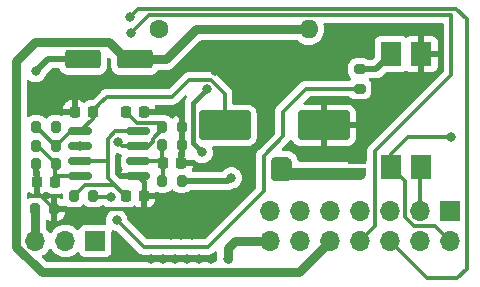
<source format=gbr>
%TF.GenerationSoftware,KiCad,Pcbnew,(6.0.9)*%
%TF.CreationDate,2022-11-10T15:00:12+05:30*%
%TF.ProjectId,Gate Driver TLP152,47617465-2044-4726-9976-657220544c50,rev?*%
%TF.SameCoordinates,Original*%
%TF.FileFunction,Copper,L2,Bot*%
%TF.FilePolarity,Positive*%
%FSLAX46Y46*%
G04 Gerber Fmt 4.6, Leading zero omitted, Abs format (unit mm)*
G04 Created by KiCad (PCBNEW (6.0.9)) date 2022-11-10 15:00:12*
%MOMM*%
%LPD*%
G01*
G04 APERTURE LIST*
G04 Aperture macros list*
%AMRoundRect*
0 Rectangle with rounded corners*
0 $1 Rounding radius*
0 $2 $3 $4 $5 $6 $7 $8 $9 X,Y pos of 4 corners*
0 Add a 4 corners polygon primitive as box body*
4,1,4,$2,$3,$4,$5,$6,$7,$8,$9,$2,$3,0*
0 Add four circle primitives for the rounded corners*
1,1,$1+$1,$2,$3*
1,1,$1+$1,$4,$5*
1,1,$1+$1,$6,$7*
1,1,$1+$1,$8,$9*
0 Add four rect primitives between the rounded corners*
20,1,$1+$1,$2,$3,$4,$5,0*
20,1,$1+$1,$4,$5,$6,$7,0*
20,1,$1+$1,$6,$7,$8,$9,0*
20,1,$1+$1,$8,$9,$2,$3,0*%
%AMFreePoly0*
4,1,22,0.500000,-0.750000,0.000000,-0.750000,0.000000,-0.745033,-0.079941,-0.743568,-0.215256,-0.701293,-0.333266,-0.622738,-0.424486,-0.514219,-0.481581,-0.384460,-0.499164,-0.250000,-0.500000,-0.250000,-0.500000,0.250000,-0.499164,0.250000,-0.499963,0.256109,-0.478152,0.396186,-0.417904,0.524511,-0.324060,0.630769,-0.204165,0.706417,-0.067858,0.745374,0.000000,0.744959,0.000000,0.750000,
0.500000,0.750000,0.500000,-0.750000,0.500000,-0.750000,$1*%
%AMFreePoly1*
4,1,20,0.000000,0.744959,0.073905,0.744508,0.209726,0.703889,0.328688,0.626782,0.421226,0.519385,0.479903,0.390333,0.500000,0.250000,0.500000,-0.250000,0.499851,-0.262216,0.476331,-0.402017,0.414519,-0.529596,0.319384,-0.634700,0.198574,-0.708877,0.061801,-0.746166,0.000000,-0.745033,0.000000,-0.750000,-0.500000,-0.750000,-0.500000,0.750000,0.000000,0.750000,0.000000,0.744959,
0.000000,0.744959,$1*%
G04 Aperture macros list end*
%TA.AperFunction,ComponentPad*%
%ADD10C,1.600000*%
%TD*%
%TA.AperFunction,ComponentPad*%
%ADD11O,1.600000X1.600000*%
%TD*%
%TA.AperFunction,ComponentPad*%
%ADD12R,1.700000X1.700000*%
%TD*%
%TA.AperFunction,ComponentPad*%
%ADD13O,1.700000X1.700000*%
%TD*%
%TA.AperFunction,SMDPad,CuDef*%
%ADD14RoundRect,0.225000X-0.225000X-0.250000X0.225000X-0.250000X0.225000X0.250000X-0.225000X0.250000X0*%
%TD*%
%TA.AperFunction,SMDPad,CuDef*%
%ADD15RoundRect,0.200000X0.200000X0.275000X-0.200000X0.275000X-0.200000X-0.275000X0.200000X-0.275000X0*%
%TD*%
%TA.AperFunction,SMDPad,CuDef*%
%ADD16RoundRect,0.225000X0.225000X0.250000X-0.225000X0.250000X-0.225000X-0.250000X0.225000X-0.250000X0*%
%TD*%
%TA.AperFunction,SMDPad,CuDef*%
%ADD17FreePoly0,270.000000*%
%TD*%
%TA.AperFunction,SMDPad,CuDef*%
%ADD18FreePoly1,270.000000*%
%TD*%
%TA.AperFunction,SMDPad,CuDef*%
%ADD19R,1.780000X2.000000*%
%TD*%
%TA.AperFunction,SMDPad,CuDef*%
%ADD20RoundRect,0.250000X-1.950000X-1.000000X1.950000X-1.000000X1.950000X1.000000X-1.950000X1.000000X0*%
%TD*%
%TA.AperFunction,SMDPad,CuDef*%
%ADD21RoundRect,0.150000X0.825000X0.150000X-0.825000X0.150000X-0.825000X-0.150000X0.825000X-0.150000X0*%
%TD*%
%TA.AperFunction,SMDPad,CuDef*%
%ADD22RoundRect,0.200000X-0.200000X-0.275000X0.200000X-0.275000X0.200000X0.275000X-0.200000X0.275000X0*%
%TD*%
%TA.AperFunction,SMDPad,CuDef*%
%ADD23RoundRect,0.200000X0.275000X-0.200000X0.275000X0.200000X-0.275000X0.200000X-0.275000X-0.200000X0*%
%TD*%
%TA.AperFunction,SMDPad,CuDef*%
%ADD24RoundRect,0.250000X1.250000X0.550000X-1.250000X0.550000X-1.250000X-0.550000X1.250000X-0.550000X0*%
%TD*%
%TA.AperFunction,ViaPad*%
%ADD25C,0.800000*%
%TD*%
%TA.AperFunction,Conductor*%
%ADD26C,0.800000*%
%TD*%
%TA.AperFunction,Conductor*%
%ADD27C,0.500000*%
%TD*%
%TA.AperFunction,Conductor*%
%ADD28C,1.000000*%
%TD*%
%TA.AperFunction,Conductor*%
%ADD29C,0.300000*%
%TD*%
%TA.AperFunction,Conductor*%
%ADD30C,0.400000*%
%TD*%
G04 APERTURE END LIST*
D10*
%TO.P,R7,1*%
%TO.N,Net-(D7-Pad2)*%
X12954000Y-2413000D03*
D11*
%TO.P,R7,2*%
%TO.N,+12V*%
X25654000Y-2413000D03*
%TD*%
D12*
%TO.P,J1,1,Pin_1*%
%TO.N,/Reset*%
X37605000Y-17805000D03*
D13*
%TO.P,J1,2,Pin_2*%
%TO.N,/~{Fault}*%
X37605000Y-20345000D03*
%TO.P,J1,3,Pin_3*%
%TO.N,GNDD*%
X35065000Y-17805000D03*
%TO.P,J1,4,Pin_4*%
%TO.N,/~{SD}*%
X35065000Y-20345000D03*
%TO.P,J1,5,Pin_5*%
%TO.N,GNDD*%
X32525000Y-17805000D03*
%TO.P,J1,6,Pin_6*%
%TO.N,+3.3V*%
X32525000Y-20345000D03*
%TO.P,J1,7,Pin_7*%
%TO.N,GNDD*%
X29985000Y-17805000D03*
%TO.P,J1,8,Pin_8*%
%TO.N,+5V*%
X29985000Y-20345000D03*
%TO.P,J1,9,Pin_9*%
%TO.N,GNDD*%
X27445000Y-17805000D03*
%TO.P,J1,10,Pin_10*%
%TO.N,+12V*%
X27445000Y-20345000D03*
%TO.P,J1,11,Pin_11*%
%TO.N,GNDD*%
X24905000Y-17805000D03*
%TO.P,J1,12,Pin_12*%
%TO.N,/pulse IN*%
X24905000Y-20345000D03*
%TO.P,J1,13,Pin_13*%
%TO.N,GNDD*%
X22365000Y-17805000D03*
%TO.P,J1,14,Pin_14*%
%TO.N,GND*%
X22365000Y-20345000D03*
%TD*%
D12*
%TO.P,J2,1,Pin_1*%
%TO.N,Drain*%
X7592000Y-20320000D03*
D13*
%TO.P,J2,2,Pin_2*%
%TO.N,Gate*%
X5052000Y-20320000D03*
%TO.P,J2,3,Pin_3*%
%TO.N,Source*%
X2512000Y-20320000D03*
%TD*%
D14*
%TO.P,C5,1*%
%TO.N,Net-(C5-Pad1)*%
X10147000Y-9398000D03*
%TO.P,C5,2*%
%TO.N,Common*%
X11697000Y-9398000D03*
%TD*%
D15*
%TO.P,R15,1*%
%TO.N,/Boot*%
X7429000Y-16510000D03*
%TO.P,R15,2*%
%TO.N,Net-(C6-Pad1)*%
X5779000Y-16510000D03*
%TD*%
%TO.P,R17,1*%
%TO.N,Net-(C7-Pad1)*%
X4254000Y-13843000D03*
%TO.P,R17,2*%
%TO.N,Common*%
X2604000Y-13843000D03*
%TD*%
D16*
%TO.P,C7,1*%
%TO.N,Net-(C7-Pad1)*%
X4204000Y-15367000D03*
%TO.P,C7,2*%
%TO.N,Common*%
X2654000Y-15367000D03*
%TD*%
D17*
%TO.P,JP2,1,A*%
%TO.N,Common*%
X29718000Y-13320000D03*
D18*
%TO.P,JP2,2,B*%
%TO.N,GND*%
X29718000Y-14620000D03*
%TD*%
D19*
%TO.P,U2,1*%
%TO.N,Net-(R20-Pad2)*%
X32639000Y-4506000D03*
%TO.P,U2,2*%
%TO.N,Common*%
X35179000Y-4506000D03*
%TO.P,U2,3*%
%TO.N,GNDD*%
X35179000Y-14036000D03*
%TO.P,U2,4*%
%TO.N,/~{Fault}*%
X32639000Y-14036000D03*
%TD*%
D16*
%TO.P,C2,1*%
%TO.N,/Boot*%
X7379000Y-9398000D03*
%TO.P,C2,2*%
%TO.N,Common*%
X5829000Y-9398000D03*
%TD*%
D14*
%TO.P,C4,1*%
%TO.N,Net-(C4-Pad1)*%
X13322000Y-13716000D03*
%TO.P,C4,2*%
%TO.N,Common*%
X14872000Y-13716000D03*
%TD*%
D20*
%TO.P,C3,1*%
%TO.N,/Boot*%
X18533000Y-10541000D03*
%TO.P,C3,2*%
%TO.N,Common*%
X26933000Y-10541000D03*
%TD*%
D21*
%TO.P,U1,1*%
%TO.N,Net-(C6-Pad1)*%
X11238000Y-11049000D03*
%TO.P,U1,2,-*%
%TO.N,Net-(C5-Pad1)*%
X11238000Y-12319000D03*
%TO.P,U1,3,+*%
%TO.N,Net-(C4-Pad1)*%
X11238000Y-13589000D03*
%TO.P,U1,4,V-*%
%TO.N,Common*%
X11238000Y-14859000D03*
%TO.P,U1,5,+*%
%TO.N,Net-(C7-Pad1)*%
X6288000Y-14859000D03*
%TO.P,U1,6,_*%
%TO.N,Net-(C6-Pad1)*%
X6288000Y-13589000D03*
%TO.P,U1,7*%
%TO.N,/Error_OUT*%
X6288000Y-12319000D03*
%TO.P,U1,8,V+*%
%TO.N,/Boot*%
X6288000Y-11049000D03*
%TD*%
D22*
%TO.P,R18,1*%
%TO.N,/Boot*%
X2604000Y-10668000D03*
%TO.P,R18,2*%
%TO.N,/Error_OUT*%
X4254000Y-10668000D03*
%TD*%
%TO.P,R10,1*%
%TO.N,Net-(C4-Pad1)*%
X13272000Y-12192000D03*
%TO.P,R10,2*%
%TO.N,Common*%
X14922000Y-12192000D03*
%TD*%
%TO.P,R8,1*%
%TO.N,Net-(C5-Pad1)*%
X13272000Y-10668000D03*
%TO.P,R8,2*%
%TO.N,Common*%
X14922000Y-10668000D03*
%TD*%
D15*
%TO.P,R12,1*%
%TO.N,Common*%
X4127000Y-17653000D03*
%TO.P,R12,2*%
%TO.N,Source*%
X2477000Y-17653000D03*
%TD*%
D23*
%TO.P,R20,1*%
%TO.N,/Error_OUT*%
X29972000Y-7429000D03*
%TO.P,R20,2*%
%TO.N,Net-(R20-Pad2)*%
X29972000Y-5779000D03*
%TD*%
D24*
%TO.P,C1,1*%
%TO.N,+12V*%
X10963000Y-4953000D03*
%TO.P,C1,2*%
%TO.N,GND*%
X6563000Y-4953000D03*
%TD*%
D15*
%TO.P,R9,1*%
%TO.N,/Boot*%
X14922000Y-15240000D03*
%TO.P,R9,2*%
%TO.N,Net-(C4-Pad1)*%
X13272000Y-15240000D03*
%TD*%
%TO.P,R16,1*%
%TO.N,/Boot*%
X4254000Y-12319000D03*
%TO.P,R16,2*%
%TO.N,Net-(C7-Pad1)*%
X2604000Y-12319000D03*
%TD*%
D14*
%TO.P,C6,1*%
%TO.N,Net-(C6-Pad1)*%
X10147000Y-16510000D03*
%TO.P,C6,2*%
%TO.N,Common*%
X11697000Y-16510000D03*
%TD*%
D25*
%TO.N,+12V*%
X10922000Y-4953000D03*
%TO.N,GND*%
X2540000Y-5969000D03*
X22860000Y-13716000D03*
X23749000Y-13716000D03*
X18796000Y-21844000D03*
X22860000Y-14732000D03*
X23749000Y-14732000D03*
%TO.N,/Boot*%
X19100800Y-14986000D03*
X7366000Y-9398000D03*
X8927500Y-16637000D03*
%TO.N,Net-(C5-Pad1)*%
X9512302Y-11971500D03*
%TO.N,/~{Fault}*%
X37681500Y-11557000D03*
%TO.N,+3.3V*%
X10515600Y-1371600D03*
%TO.N,+5V*%
X10617200Y-2692400D03*
%TO.N,/VO*%
X16637000Y-12827000D03*
X17018000Y-7493000D03*
%TO.N,/Error_OUT*%
X4254000Y-10668000D03*
X9398000Y-18542000D03*
X6288002Y-12319000D03*
%TO.N,Common*%
X15748000Y-18796000D03*
X14859000Y-19812000D03*
X17399000Y-21844000D03*
X17685318Y-5968101D03*
X14351000Y-21844000D03*
X15367000Y-21844000D03*
X13970000Y-19812000D03*
X13335000Y-21844000D03*
X15748000Y-19812000D03*
X16383000Y-21844000D03*
X13970000Y-18796000D03*
X14859000Y-18796000D03*
X12319000Y-21844000D03*
%TD*%
D26*
%TO.N,+12V*%
X889000Y-20817630D02*
X889000Y-5080000D01*
X25654000Y-2413000D02*
X16129000Y-2413000D01*
X889000Y-5080000D02*
X2491103Y-3477897D01*
X10197572Y-4953000D02*
X10963000Y-4953000D01*
X2491103Y-3477897D02*
X8722469Y-3477897D01*
X24803000Y-22987000D02*
X3058370Y-22987000D01*
X8722469Y-3477897D02*
X10197572Y-4953000D01*
X16129000Y-2413000D02*
X13589000Y-4953000D01*
X3058370Y-22987000D02*
X889000Y-20817630D01*
X27445000Y-20345000D02*
X24803000Y-22987000D01*
X13589000Y-4953000D02*
X10963000Y-4953000D01*
%TO.N,GND*%
X19406000Y-20345000D02*
X22365000Y-20345000D01*
X18796000Y-20955000D02*
X19406000Y-20345000D01*
X23749000Y-14732000D02*
X22860000Y-14732000D01*
X18796000Y-21844000D02*
X18796000Y-20955000D01*
D27*
X3556000Y-4953000D02*
X2540000Y-5969000D01*
X6563000Y-4953000D02*
X3556000Y-4953000D01*
D28*
X29718000Y-14620000D02*
X23764000Y-14620000D01*
X23764000Y-14620000D02*
X23368000Y-14224000D01*
D29*
%TO.N,/Boot*%
X7379000Y-9398000D02*
X7379000Y-9291500D01*
X15531501Y-6693499D02*
X14097000Y-8128000D01*
X5524000Y-11049000D02*
X6288000Y-11049000D01*
X2604000Y-10668000D02*
X2604000Y-10669000D01*
X8542500Y-8128000D02*
X8001000Y-8669500D01*
X18533000Y-7877334D02*
X17349165Y-6693499D01*
X7429000Y-16510000D02*
X7556000Y-16637000D01*
X7379000Y-9958000D02*
X6288000Y-11049000D01*
D27*
X18846800Y-15240000D02*
X19100800Y-14986000D01*
D29*
X4254000Y-12319000D02*
X5524000Y-11049000D01*
X2604000Y-10669000D02*
X4254000Y-12319000D01*
D27*
X14922000Y-15240000D02*
X18846800Y-15240000D01*
D29*
X14097000Y-8128000D02*
X8542500Y-8128000D01*
X17349165Y-6693499D02*
X15531501Y-6693499D01*
X7379000Y-9398000D02*
X7379000Y-9958000D01*
X7379000Y-9291500D02*
X8001000Y-8669500D01*
X18533000Y-10541000D02*
X18533000Y-7877334D01*
X7556000Y-16637000D02*
X8927500Y-16637000D01*
%TO.N,Net-(C4-Pad1)*%
X13195000Y-13589000D02*
X13322000Y-13716000D01*
X13272000Y-13666000D02*
X13322000Y-13716000D01*
X13322000Y-13716000D02*
X13322000Y-15190000D01*
X13322000Y-15190000D02*
X13272000Y-15240000D01*
X13272000Y-12192000D02*
X13272000Y-13666000D01*
X11238000Y-13589000D02*
X13195000Y-13589000D01*
%TO.N,Net-(C5-Pad1)*%
X11098480Y-10349480D02*
X12953480Y-10349480D01*
X12472480Y-11911520D02*
X12472480Y-11668671D01*
X12953480Y-10349480D02*
X13272000Y-10668000D01*
X13272000Y-10869151D02*
X13272000Y-10668000D01*
X11238000Y-12319000D02*
X12065000Y-12319000D01*
X12065000Y-12319000D02*
X12472480Y-11911520D01*
X9859802Y-12319000D02*
X9512302Y-11971500D01*
X12472480Y-11668671D02*
X13272000Y-10869151D01*
X11238000Y-12319000D02*
X9859802Y-12319000D01*
X10147000Y-9398000D02*
X11098480Y-10349480D01*
%TO.N,Net-(C6-Pad1)*%
X8725499Y-11606835D02*
X8713165Y-11606835D01*
X8636000Y-11684000D02*
X8636000Y-13589000D01*
X10147000Y-16510000D02*
X9195520Y-15558520D01*
X10147000Y-16510000D02*
X8636000Y-14999000D01*
X8636000Y-13589000D02*
X6288000Y-13589000D01*
X6730480Y-15558520D02*
X5779000Y-16510000D01*
X8713165Y-11606835D02*
X8636000Y-11684000D01*
X9283334Y-11049000D02*
X8725499Y-11606835D01*
X11238000Y-11049000D02*
X9283334Y-11049000D01*
X9195520Y-15558520D02*
X6730480Y-15558520D01*
X8636000Y-13589000D02*
X8636000Y-14999000D01*
%TO.N,Net-(C7-Pad1)*%
X2604000Y-12319000D02*
X2730000Y-12319000D01*
X4204000Y-13893000D02*
X4254000Y-13843000D01*
X4217000Y-14859000D02*
X4204000Y-14846000D01*
X6288000Y-14859000D02*
X4217000Y-14859000D01*
X4204000Y-14846000D02*
X4204000Y-13893000D01*
X4204000Y-15367000D02*
X4204000Y-14846000D01*
X2730000Y-12319000D02*
X4254000Y-13843000D01*
%TO.N,/~{Fault}*%
X34036000Y-11557000D02*
X37681500Y-11557000D01*
X32639000Y-14036000D02*
X33815489Y-15212489D01*
X32639000Y-14036000D02*
X32639000Y-12954000D01*
X34547435Y-19054511D02*
X36314511Y-19054511D01*
X33815489Y-15212489D02*
X33815489Y-18322565D01*
X33815489Y-18322565D02*
X34547435Y-19054511D01*
X36314511Y-19054511D02*
X37605000Y-20345000D01*
X32639000Y-12954000D02*
X34036000Y-11557000D01*
%TO.N,+3.3V*%
X35675000Y-23495000D02*
X38227000Y-23495000D01*
X32525000Y-20345000D02*
X35675000Y-23495000D01*
X39030510Y-1540110D02*
X38154378Y-663978D01*
X39030510Y-22691490D02*
X39030510Y-1540110D01*
X38154378Y-663978D02*
X11223222Y-663978D01*
X38227000Y-23495000D02*
X39030510Y-22691490D01*
X11223222Y-663978D02*
X10515600Y-1371600D01*
%TO.N,+5V*%
X37738689Y-6247289D02*
X37738689Y-1213489D01*
X37738689Y-1213489D02*
X12096111Y-1213489D01*
X29985000Y-20345000D02*
X31275489Y-19054511D01*
X12096111Y-1213489D02*
X10617200Y-2692400D01*
X31275489Y-12710489D02*
X37738689Y-6247289D01*
X31275489Y-19054511D02*
X31275489Y-12710489D01*
%TO.N,GNDD*%
X35065000Y-14150000D02*
X35179000Y-14036000D01*
X35065000Y-17805000D02*
X35065000Y-14150000D01*
D26*
%TO.N,Source*%
X2477000Y-17653000D02*
X2477000Y-20285000D01*
X2477000Y-20285000D02*
X2512000Y-20320000D01*
D30*
%TO.N,/VO*%
X15883480Y-8627520D02*
X15883480Y-12073480D01*
X15883480Y-12073480D02*
X16637000Y-12827000D01*
X17018000Y-7493000D02*
X15883480Y-8627520D01*
D29*
%TO.N,/Error_OUT*%
X23469600Y-11480800D02*
X21844000Y-13106400D01*
X11684000Y-20828000D02*
X9398000Y-18542000D01*
X21844000Y-13106400D02*
X21844000Y-16129000D01*
X29972000Y-7429000D02*
X25438600Y-7429000D01*
X17145000Y-20828000D02*
X11684000Y-20828000D01*
X23469600Y-9398000D02*
X23469600Y-11480800D01*
X25438600Y-7429000D02*
X23469600Y-9398000D01*
X21844000Y-16129000D02*
X17145000Y-20828000D01*
D27*
%TO.N,Net-(R20-Pad2)*%
X31366000Y-5779000D02*
X32639000Y-4506000D01*
X29972000Y-5779000D02*
X31366000Y-5779000D01*
D30*
%TO.N,Common*%
X14478000Y-9398000D02*
X14872000Y-9792000D01*
X11697000Y-16510000D02*
X11697000Y-15318000D01*
X11697000Y-9398000D02*
X14478000Y-9398000D01*
X14872000Y-9792000D02*
X14872000Y-13716000D01*
D29*
X4127000Y-17653000D02*
X11557000Y-17653000D01*
X2654000Y-15367000D02*
X2654000Y-16180000D01*
D30*
X11697000Y-15318000D02*
X11238000Y-14859000D01*
D29*
X11697000Y-17513000D02*
X11697000Y-16510000D01*
X11557000Y-17653000D02*
X11697000Y-17513000D01*
X2654000Y-16180000D02*
X4127000Y-17653000D01*
%TD*%
%TA.AperFunction,Conductor*%
%TO.N,GND*%
G36*
X23765188Y-13209078D02*
G01*
X23869963Y-13222872D01*
X23901735Y-13231385D01*
X23991674Y-13268639D01*
X24020160Y-13285086D01*
X24097393Y-13344349D01*
X24120651Y-13367607D01*
X24179914Y-13444840D01*
X24196361Y-13473326D01*
X24233615Y-13563265D01*
X24242128Y-13595037D01*
X24255922Y-13699812D01*
X24257000Y-13716258D01*
X24257000Y-14731742D01*
X24255922Y-14748188D01*
X24242128Y-14852963D01*
X24233615Y-14884735D01*
X24196361Y-14974674D01*
X24179914Y-15003160D01*
X24120651Y-15080393D01*
X24097393Y-15103651D01*
X24020160Y-15162914D01*
X23991674Y-15179361D01*
X23901735Y-15216615D01*
X23869963Y-15225128D01*
X23765188Y-15238922D01*
X23748742Y-15240000D01*
X22860258Y-15240000D01*
X22843812Y-15238922D01*
X22739037Y-15225128D01*
X22707265Y-15216615D01*
X22617326Y-15179361D01*
X22588840Y-15162914D01*
X22551796Y-15134489D01*
X22509929Y-15077151D01*
X22502500Y-15034527D01*
X22502500Y-13431350D01*
X22522502Y-13363229D01*
X22539405Y-13342255D01*
X22592254Y-13289406D01*
X22633131Y-13262092D01*
X22707265Y-13231385D01*
X22739037Y-13222872D01*
X22843812Y-13209078D01*
X22860258Y-13208000D01*
X23748742Y-13208000D01*
X23765188Y-13209078D01*
G37*
%TD.AperFunction*%
%TD*%
%TA.AperFunction,Conductor*%
%TO.N,Common*%
G36*
X9112179Y-19409221D02*
G01*
X9115712Y-19410794D01*
X9136431Y-19415198D01*
X9296056Y-19449128D01*
X9296061Y-19449128D01*
X9302513Y-19450500D01*
X9323050Y-19450500D01*
X9391171Y-19470502D01*
X9412145Y-19487405D01*
X11160345Y-21235605D01*
X11168335Y-21244385D01*
X11172584Y-21251080D01*
X11178362Y-21256506D01*
X11178363Y-21256507D01*
X11224257Y-21299604D01*
X11227099Y-21302359D01*
X11247667Y-21322927D01*
X11251170Y-21325644D01*
X11260195Y-21333352D01*
X11293867Y-21364972D01*
X11300818Y-21368793D01*
X11300819Y-21368794D01*
X11312658Y-21375303D01*
X11329182Y-21386157D01*
X11339865Y-21394443D01*
X11346132Y-21399304D01*
X11366914Y-21408297D01*
X11388536Y-21417654D01*
X11399181Y-21422869D01*
X11439663Y-21445124D01*
X11447337Y-21447094D01*
X11447344Y-21447097D01*
X11460426Y-21450455D01*
X11479134Y-21456860D01*
X11498823Y-21465380D01*
X11506649Y-21466619D01*
X11506651Y-21466620D01*
X11531159Y-21470501D01*
X11544459Y-21472608D01*
X11556070Y-21475012D01*
X11587107Y-21482981D01*
X11593135Y-21484529D01*
X11593136Y-21484529D01*
X11600812Y-21486500D01*
X11622258Y-21486500D01*
X11641968Y-21488051D01*
X11655322Y-21490166D01*
X11655323Y-21490166D01*
X11663152Y-21491406D01*
X11709141Y-21487059D01*
X11720996Y-21486500D01*
X17062944Y-21486500D01*
X17074800Y-21487059D01*
X17074803Y-21487059D01*
X17082537Y-21488788D01*
X17153369Y-21486562D01*
X17157327Y-21486500D01*
X17186432Y-21486500D01*
X17190832Y-21485944D01*
X17202664Y-21485012D01*
X17248831Y-21483562D01*
X17269421Y-21477580D01*
X17288782Y-21473570D01*
X17296408Y-21472607D01*
X17302204Y-21471875D01*
X17302205Y-21471875D01*
X17310064Y-21470882D01*
X17317429Y-21467966D01*
X17317433Y-21467965D01*
X17353021Y-21453874D01*
X17364231Y-21450035D01*
X17408600Y-21437145D01*
X17427065Y-21426225D01*
X17444805Y-21417534D01*
X17464756Y-21409635D01*
X17502129Y-21382482D01*
X17512048Y-21375967D01*
X17544977Y-21356493D01*
X17544981Y-21356490D01*
X17551807Y-21352453D01*
X17566971Y-21337289D01*
X17582005Y-21324448D01*
X17599357Y-21311841D01*
X17628803Y-21276247D01*
X17636792Y-21267468D01*
X17672405Y-21231855D01*
X17734717Y-21197829D01*
X17805532Y-21202894D01*
X17862368Y-21245441D01*
X17887179Y-21311961D01*
X17887500Y-21320950D01*
X17887500Y-21789784D01*
X17886810Y-21802955D01*
X17882496Y-21844000D01*
X17883186Y-21850564D01*
X17883186Y-21850565D01*
X17887500Y-21891610D01*
X17887500Y-21891612D01*
X17892515Y-21939331D01*
X17879742Y-22009169D01*
X17831240Y-22061015D01*
X17767205Y-22078500D01*
X3486873Y-22078500D01*
X3418752Y-22058498D01*
X3397778Y-22041595D01*
X3091086Y-21734903D01*
X3057060Y-21672591D01*
X3062125Y-21601776D01*
X3104672Y-21544940D01*
X3124739Y-21532662D01*
X3209994Y-21490896D01*
X3391860Y-21361173D01*
X3396557Y-21356493D01*
X3499910Y-21253500D01*
X3550096Y-21203489D01*
X3585665Y-21153990D01*
X3680453Y-21022077D01*
X3681776Y-21023028D01*
X3728645Y-20979857D01*
X3798580Y-20967625D01*
X3864026Y-20995144D01*
X3891875Y-21026994D01*
X3951987Y-21125088D01*
X4098250Y-21293938D01*
X4270126Y-21436632D01*
X4463000Y-21549338D01*
X4671692Y-21629030D01*
X4676760Y-21630061D01*
X4676763Y-21630062D01*
X4779559Y-21650976D01*
X4890597Y-21673567D01*
X4895772Y-21673757D01*
X4895774Y-21673757D01*
X5108673Y-21681564D01*
X5108677Y-21681564D01*
X5113837Y-21681753D01*
X5118957Y-21681097D01*
X5118959Y-21681097D01*
X5330288Y-21654025D01*
X5330289Y-21654025D01*
X5335416Y-21653368D01*
X5362128Y-21645354D01*
X5544429Y-21590661D01*
X5544434Y-21590659D01*
X5549384Y-21589174D01*
X5749994Y-21490896D01*
X5931860Y-21361173D01*
X6040091Y-21253319D01*
X6102462Y-21219404D01*
X6173268Y-21224592D01*
X6230030Y-21267238D01*
X6247012Y-21298341D01*
X6269201Y-21357529D01*
X6291385Y-21416705D01*
X6378739Y-21533261D01*
X6495295Y-21620615D01*
X6631684Y-21671745D01*
X6693866Y-21678500D01*
X8490134Y-21678500D01*
X8552316Y-21671745D01*
X8688705Y-21620615D01*
X8805261Y-21533261D01*
X8892615Y-21416705D01*
X8943745Y-21280316D01*
X8950500Y-21218134D01*
X8950500Y-19529812D01*
X8970502Y-19461691D01*
X9024158Y-19415198D01*
X9094432Y-19405094D01*
X9112179Y-19409221D01*
G37*
%TD.AperFunction*%
%TA.AperFunction,Conductor*%
G36*
X37022310Y-1891991D02*
G01*
X37068803Y-1945647D01*
X37080189Y-1997989D01*
X37080189Y-5922339D01*
X37060187Y-5990460D01*
X37043284Y-6011434D01*
X30867884Y-12186834D01*
X30859104Y-12194824D01*
X30859102Y-12194826D01*
X30852409Y-12199073D01*
X30846983Y-12204851D01*
X30846982Y-12204852D01*
X30803885Y-12250746D01*
X30801130Y-12253588D01*
X30780562Y-12274156D01*
X30777845Y-12277659D01*
X30770137Y-12286684D01*
X30738517Y-12320356D01*
X30734696Y-12327307D01*
X30734695Y-12327308D01*
X30728186Y-12339147D01*
X30717332Y-12355671D01*
X30709507Y-12365760D01*
X30704185Y-12372621D01*
X30701038Y-12379893D01*
X30701037Y-12379895D01*
X30685835Y-12415024D01*
X30680613Y-12425684D01*
X30665133Y-12453842D01*
X30658365Y-12466152D01*
X30653030Y-12486930D01*
X30646631Y-12505620D01*
X30638109Y-12525313D01*
X30634918Y-12545461D01*
X30630883Y-12570937D01*
X30628476Y-12582560D01*
X30624753Y-12597062D01*
X30616989Y-12627301D01*
X30616989Y-12648748D01*
X30615438Y-12668458D01*
X30612083Y-12689641D01*
X30615653Y-12727402D01*
X30616430Y-12735627D01*
X30616989Y-12747485D01*
X30616989Y-13482281D01*
X30596987Y-13550402D01*
X30543331Y-13596895D01*
X30476997Y-13606433D01*
X30476940Y-13607233D01*
X30473262Y-13606970D01*
X30473061Y-13606999D01*
X30468000Y-13606271D01*
X30006953Y-13606271D01*
X30006953Y-13606273D01*
X30003985Y-13606682D01*
X29907562Y-13605503D01*
X29903277Y-13606063D01*
X29896240Y-13606271D01*
X29506953Y-13606271D01*
X29506953Y-13606273D01*
X29503985Y-13606682D01*
X29407562Y-13605503D01*
X29403277Y-13606063D01*
X29396240Y-13606271D01*
X28968000Y-13606271D01*
X28929816Y-13609002D01*
X28899377Y-13611179D01*
X28890388Y-13611500D01*
X24871247Y-13611500D01*
X24803126Y-13591498D01*
X24756633Y-13537842D01*
X24747668Y-13510080D01*
X24738536Y-13464169D01*
X24738132Y-13462138D01*
X24737602Y-13460158D01*
X24737598Y-13460143D01*
X24730151Y-13432353D01*
X24729619Y-13430366D01*
X24708027Y-13366757D01*
X24704494Y-13358226D01*
X24692384Y-13328992D01*
X24670773Y-13276818D01*
X24654821Y-13244472D01*
X24641972Y-13218416D01*
X24641970Y-13218412D01*
X24641061Y-13216569D01*
X24624614Y-13188083D01*
X24623482Y-13186389D01*
X24623474Y-13186376D01*
X24588439Y-13133944D01*
X24588438Y-13133942D01*
X24587301Y-13132241D01*
X24545468Y-13077723D01*
X24529289Y-13056638D01*
X24529285Y-13056633D01*
X24528038Y-13055008D01*
X24509948Y-13034381D01*
X24485107Y-13006055D01*
X24485102Y-13006050D01*
X24483750Y-13004508D01*
X24460492Y-12981250D01*
X24457324Y-12978471D01*
X24411536Y-12938316D01*
X24411535Y-12938315D01*
X24409992Y-12936962D01*
X24405533Y-12933540D01*
X24339448Y-12882832D01*
X24332759Y-12877699D01*
X24331056Y-12876561D01*
X24278624Y-12841526D01*
X24278611Y-12841518D01*
X24276917Y-12840386D01*
X24253733Y-12827000D01*
X24250219Y-12824971D01*
X24250211Y-12824967D01*
X24248431Y-12823939D01*
X24188182Y-12794227D01*
X24126149Y-12768532D01*
X24100158Y-12757766D01*
X24100152Y-12757764D01*
X24098243Y-12756973D01*
X24034634Y-12735381D01*
X24020877Y-12731695D01*
X24004857Y-12727402D01*
X24004842Y-12727398D01*
X24002862Y-12726868D01*
X24000836Y-12726465D01*
X23939001Y-12714165D01*
X23938995Y-12714164D01*
X23936989Y-12713765D01*
X23832214Y-12699971D01*
X23831172Y-12699868D01*
X23831160Y-12699867D01*
X23820588Y-12698826D01*
X23798775Y-12696678D01*
X23797750Y-12696611D01*
X23797728Y-12696609D01*
X23783399Y-12695670D01*
X23783391Y-12695670D01*
X23782329Y-12695600D01*
X23748742Y-12694500D01*
X23491350Y-12694500D01*
X23423229Y-12674498D01*
X23376736Y-12620842D01*
X23366632Y-12550568D01*
X23396126Y-12485988D01*
X23402255Y-12479405D01*
X23877205Y-12004455D01*
X23885985Y-11996465D01*
X23885987Y-11996463D01*
X23892680Y-11992216D01*
X23941205Y-11940542D01*
X23943959Y-11937701D01*
X23964527Y-11917133D01*
X23967247Y-11913626D01*
X23974953Y-11904604D01*
X23980201Y-11899015D01*
X24006572Y-11870933D01*
X24010394Y-11863981D01*
X24016903Y-11852142D01*
X24027757Y-11835618D01*
X24036045Y-11824932D01*
X24040904Y-11818668D01*
X24044050Y-11811397D01*
X24048090Y-11804567D01*
X24049790Y-11805572D01*
X24088489Y-11759057D01*
X24156195Y-11737692D01*
X24224703Y-11756324D01*
X24272263Y-11809036D01*
X24278247Y-11823791D01*
X24289588Y-11857784D01*
X24295761Y-11870962D01*
X24381063Y-12008807D01*
X24390099Y-12020208D01*
X24504829Y-12134739D01*
X24516240Y-12143751D01*
X24654243Y-12228816D01*
X24667424Y-12234963D01*
X24821710Y-12286138D01*
X24835086Y-12289005D01*
X24929438Y-12298672D01*
X24935854Y-12299000D01*
X26660885Y-12299000D01*
X26676124Y-12294525D01*
X26677329Y-12293135D01*
X26679000Y-12285452D01*
X26679000Y-12280884D01*
X27187000Y-12280884D01*
X27191475Y-12296123D01*
X27192865Y-12297328D01*
X27200548Y-12298999D01*
X28930095Y-12298999D01*
X28936614Y-12298662D01*
X29032206Y-12288743D01*
X29045600Y-12285851D01*
X29199784Y-12234412D01*
X29212962Y-12228239D01*
X29350807Y-12142937D01*
X29362208Y-12133901D01*
X29476739Y-12019171D01*
X29485751Y-12007760D01*
X29570816Y-11869757D01*
X29576963Y-11856576D01*
X29628138Y-11702290D01*
X29631005Y-11688914D01*
X29640672Y-11594562D01*
X29641000Y-11588146D01*
X29641000Y-10813115D01*
X29636525Y-10797876D01*
X29635135Y-10796671D01*
X29627452Y-10795000D01*
X27205115Y-10795000D01*
X27189876Y-10799475D01*
X27188671Y-10800865D01*
X27187000Y-10808548D01*
X27187000Y-12280884D01*
X26679000Y-12280884D01*
X26679000Y-10268885D01*
X27187000Y-10268885D01*
X27191475Y-10284124D01*
X27192865Y-10285329D01*
X27200548Y-10287000D01*
X29622884Y-10287000D01*
X29638123Y-10282525D01*
X29639328Y-10281135D01*
X29640999Y-10273452D01*
X29640999Y-9493905D01*
X29640662Y-9487386D01*
X29630743Y-9391794D01*
X29627851Y-9378400D01*
X29576412Y-9224216D01*
X29570239Y-9211038D01*
X29484937Y-9073193D01*
X29475901Y-9061792D01*
X29361171Y-8947261D01*
X29349760Y-8938249D01*
X29211757Y-8853184D01*
X29198576Y-8847037D01*
X29044290Y-8795862D01*
X29030914Y-8792995D01*
X28936562Y-8783328D01*
X28930145Y-8783000D01*
X27205115Y-8783000D01*
X27189876Y-8787475D01*
X27188671Y-8788865D01*
X27187000Y-8796548D01*
X27187000Y-10268885D01*
X26679000Y-10268885D01*
X26679000Y-8801116D01*
X26674525Y-8785877D01*
X26673135Y-8784672D01*
X26665452Y-8783001D01*
X25320049Y-8783001D01*
X25251928Y-8762999D01*
X25205435Y-8709343D01*
X25195331Y-8639069D01*
X25224825Y-8574489D01*
X25230954Y-8567906D01*
X25674455Y-8124405D01*
X25736767Y-8090379D01*
X25763550Y-8087500D01*
X29101290Y-8087500D01*
X29169411Y-8107502D01*
X29190385Y-8124405D01*
X29256619Y-8190639D01*
X29403301Y-8279472D01*
X29410548Y-8281743D01*
X29410550Y-8281744D01*
X29476836Y-8302517D01*
X29566938Y-8330753D01*
X29640365Y-8337500D01*
X29643263Y-8337500D01*
X29972860Y-8337499D01*
X30303634Y-8337499D01*
X30306492Y-8337236D01*
X30306501Y-8337236D01*
X30342004Y-8333974D01*
X30377062Y-8330753D01*
X30383447Y-8328752D01*
X30533450Y-8281744D01*
X30533452Y-8281743D01*
X30540699Y-8279472D01*
X30687381Y-8190639D01*
X30808639Y-8069381D01*
X30897472Y-7922699D01*
X30948753Y-7759062D01*
X30955500Y-7685635D01*
X30955499Y-7172366D01*
X30948753Y-7098938D01*
X30902476Y-6951268D01*
X30899744Y-6942550D01*
X30899743Y-6942548D01*
X30897472Y-6935301D01*
X30808639Y-6788619D01*
X30772615Y-6752595D01*
X30738589Y-6690283D01*
X30743654Y-6619468D01*
X30786201Y-6562632D01*
X30852721Y-6537821D01*
X30861710Y-6537500D01*
X31298930Y-6537500D01*
X31317880Y-6538933D01*
X31332115Y-6541099D01*
X31332119Y-6541099D01*
X31339349Y-6542199D01*
X31346641Y-6541606D01*
X31346644Y-6541606D01*
X31392018Y-6537915D01*
X31402233Y-6537500D01*
X31410293Y-6537500D01*
X31423583Y-6535951D01*
X31438507Y-6534211D01*
X31442882Y-6533778D01*
X31508339Y-6528454D01*
X31508342Y-6528453D01*
X31515637Y-6527860D01*
X31522601Y-6525604D01*
X31528560Y-6524413D01*
X31534415Y-6523029D01*
X31541681Y-6522182D01*
X31610327Y-6497265D01*
X31614455Y-6495848D01*
X31676936Y-6475607D01*
X31676938Y-6475606D01*
X31683899Y-6473351D01*
X31690154Y-6469555D01*
X31695628Y-6467049D01*
X31701058Y-6464330D01*
X31707937Y-6461833D01*
X31768976Y-6421814D01*
X31772680Y-6419477D01*
X31835107Y-6381595D01*
X31843484Y-6374197D01*
X31843508Y-6374224D01*
X31846500Y-6371571D01*
X31849733Y-6368868D01*
X31855852Y-6364856D01*
X31909128Y-6308617D01*
X31911506Y-6306175D01*
X32166276Y-6051405D01*
X32228588Y-6017379D01*
X32255371Y-6014500D01*
X33577134Y-6014500D01*
X33639316Y-6007745D01*
X33775705Y-5956615D01*
X33833852Y-5913036D01*
X33900358Y-5888188D01*
X33969741Y-5903241D01*
X33984982Y-5913036D01*
X34035352Y-5950786D01*
X34050946Y-5959324D01*
X34171394Y-6004478D01*
X34186649Y-6008105D01*
X34237514Y-6013631D01*
X34244328Y-6014000D01*
X34906885Y-6014000D01*
X34922124Y-6009525D01*
X34923329Y-6008135D01*
X34925000Y-6000452D01*
X34925000Y-5995884D01*
X35433000Y-5995884D01*
X35437475Y-6011123D01*
X35438865Y-6012328D01*
X35446548Y-6013999D01*
X36113669Y-6013999D01*
X36120490Y-6013629D01*
X36171352Y-6008105D01*
X36186604Y-6004479D01*
X36307054Y-5959324D01*
X36322649Y-5950786D01*
X36424724Y-5874285D01*
X36437285Y-5861724D01*
X36513786Y-5759649D01*
X36522324Y-5744054D01*
X36567478Y-5623606D01*
X36571105Y-5608351D01*
X36576631Y-5557486D01*
X36577000Y-5550672D01*
X36577000Y-4778115D01*
X36572525Y-4762876D01*
X36571135Y-4761671D01*
X36563452Y-4760000D01*
X35451115Y-4760000D01*
X35435876Y-4764475D01*
X35434671Y-4765865D01*
X35433000Y-4773548D01*
X35433000Y-5995884D01*
X34925000Y-5995884D01*
X34925000Y-4233885D01*
X35433000Y-4233885D01*
X35437475Y-4249124D01*
X35438865Y-4250329D01*
X35446548Y-4252000D01*
X36558884Y-4252000D01*
X36574123Y-4247525D01*
X36575328Y-4246135D01*
X36576999Y-4238452D01*
X36576999Y-3461331D01*
X36576629Y-3454510D01*
X36571105Y-3403648D01*
X36567479Y-3388396D01*
X36522324Y-3267946D01*
X36513786Y-3252351D01*
X36437285Y-3150276D01*
X36424724Y-3137715D01*
X36322649Y-3061214D01*
X36307054Y-3052676D01*
X36186606Y-3007522D01*
X36171351Y-3003895D01*
X36120486Y-2998369D01*
X36113672Y-2998000D01*
X35451115Y-2998000D01*
X35435876Y-3002475D01*
X35434671Y-3003865D01*
X35433000Y-3011548D01*
X35433000Y-4233885D01*
X34925000Y-4233885D01*
X34925000Y-3016116D01*
X34920525Y-3000877D01*
X34919135Y-2999672D01*
X34911452Y-2998001D01*
X34244331Y-2998001D01*
X34237510Y-2998371D01*
X34186648Y-3003895D01*
X34171396Y-3007521D01*
X34050946Y-3052676D01*
X34035352Y-3061214D01*
X33984982Y-3098964D01*
X33918476Y-3123812D01*
X33849093Y-3108759D01*
X33833852Y-3098964D01*
X33775705Y-3055385D01*
X33639316Y-3004255D01*
X33577134Y-2997500D01*
X31700866Y-2997500D01*
X31638684Y-3004255D01*
X31502295Y-3055385D01*
X31385739Y-3142739D01*
X31298385Y-3259295D01*
X31247255Y-3395684D01*
X31240500Y-3457866D01*
X31240500Y-4779629D01*
X31220498Y-4847750D01*
X31203595Y-4868724D01*
X31088724Y-4983595D01*
X31026412Y-5017621D01*
X30999629Y-5020500D01*
X30727743Y-5020500D01*
X30662472Y-5002276D01*
X30540699Y-4928528D01*
X30533452Y-4926257D01*
X30533450Y-4926256D01*
X30467164Y-4905483D01*
X30377062Y-4877247D01*
X30303635Y-4870500D01*
X30300737Y-4870500D01*
X29971140Y-4870501D01*
X29640366Y-4870501D01*
X29637508Y-4870764D01*
X29637499Y-4870764D01*
X29601996Y-4874026D01*
X29566938Y-4877247D01*
X29560560Y-4879246D01*
X29560559Y-4879246D01*
X29410550Y-4926256D01*
X29410548Y-4926257D01*
X29403301Y-4928528D01*
X29256619Y-5017361D01*
X29135361Y-5138619D01*
X29046528Y-5285301D01*
X28995247Y-5448938D01*
X28988500Y-5522365D01*
X28988501Y-6035634D01*
X28988764Y-6038492D01*
X28988764Y-6038501D01*
X28992026Y-6074004D01*
X28995247Y-6109062D01*
X28997246Y-6115440D01*
X28997246Y-6115441D01*
X29044113Y-6264992D01*
X29046528Y-6272699D01*
X29135361Y-6419381D01*
X29230885Y-6514905D01*
X29264911Y-6577217D01*
X29259846Y-6648032D01*
X29230885Y-6693095D01*
X29190385Y-6733595D01*
X29128073Y-6767621D01*
X29101290Y-6770500D01*
X25520660Y-6770500D01*
X25508803Y-6769941D01*
X25501063Y-6768211D01*
X25493138Y-6768460D01*
X25493137Y-6768460D01*
X25430199Y-6770438D01*
X25426241Y-6770500D01*
X25397168Y-6770500D01*
X25393234Y-6770997D01*
X25393232Y-6770997D01*
X25392789Y-6771053D01*
X25380954Y-6771985D01*
X25348164Y-6773016D01*
X25342689Y-6773188D01*
X25342688Y-6773188D01*
X25334769Y-6773437D01*
X25315044Y-6779168D01*
X25314171Y-6779421D01*
X25294818Y-6783429D01*
X25291343Y-6783868D01*
X25273536Y-6786118D01*
X25266168Y-6789035D01*
X25266165Y-6789036D01*
X25230582Y-6803125D01*
X25219347Y-6806971D01*
X25182616Y-6817642D01*
X25182613Y-6817643D01*
X25175000Y-6819855D01*
X25156535Y-6830775D01*
X25138795Y-6839466D01*
X25118844Y-6847365D01*
X25081474Y-6874516D01*
X25071552Y-6881033D01*
X25038623Y-6900507D01*
X25038619Y-6900510D01*
X25031793Y-6904547D01*
X25016629Y-6919711D01*
X25001596Y-6932551D01*
X24984243Y-6945159D01*
X24954798Y-6980752D01*
X24946808Y-6989532D01*
X23061995Y-8874345D01*
X23053215Y-8882335D01*
X23053213Y-8882337D01*
X23046520Y-8886584D01*
X22998004Y-8938249D01*
X22997996Y-8938257D01*
X22995241Y-8941099D01*
X22974673Y-8961667D01*
X22971956Y-8965170D01*
X22964248Y-8974195D01*
X22932628Y-9007867D01*
X22928807Y-9014818D01*
X22928806Y-9014819D01*
X22922297Y-9026658D01*
X22911443Y-9043182D01*
X22903618Y-9053271D01*
X22898296Y-9060132D01*
X22895149Y-9067404D01*
X22895148Y-9067406D01*
X22879946Y-9102535D01*
X22874724Y-9113195D01*
X22859370Y-9141124D01*
X22852476Y-9153663D01*
X22847141Y-9174441D01*
X22840742Y-9193131D01*
X22832220Y-9212824D01*
X22830980Y-9220655D01*
X22824994Y-9258448D01*
X22822587Y-9270071D01*
X22811100Y-9314812D01*
X22811100Y-9336259D01*
X22809549Y-9355969D01*
X22806194Y-9377152D01*
X22807569Y-9391692D01*
X22810541Y-9423138D01*
X22811100Y-9434996D01*
X22811100Y-11155850D01*
X22791098Y-11223971D01*
X22774195Y-11244945D01*
X21436395Y-12582745D01*
X21427615Y-12590735D01*
X21427613Y-12590737D01*
X21420920Y-12594984D01*
X21415494Y-12600762D01*
X21415493Y-12600763D01*
X21372396Y-12646657D01*
X21369641Y-12649499D01*
X21349073Y-12670067D01*
X21346356Y-12673570D01*
X21338648Y-12682595D01*
X21307028Y-12716267D01*
X21303207Y-12723218D01*
X21303206Y-12723219D01*
X21296697Y-12735058D01*
X21285843Y-12751582D01*
X21282180Y-12756305D01*
X21272696Y-12768532D01*
X21269549Y-12775804D01*
X21269548Y-12775806D01*
X21254346Y-12810935D01*
X21249124Y-12821595D01*
X21238167Y-12841526D01*
X21226876Y-12862063D01*
X21221541Y-12882841D01*
X21215142Y-12901531D01*
X21206620Y-12921224D01*
X21203982Y-12937879D01*
X21199394Y-12966848D01*
X21196987Y-12978471D01*
X21185500Y-13023212D01*
X21185500Y-13044659D01*
X21183949Y-13064369D01*
X21180594Y-13085552D01*
X21181340Y-13093443D01*
X21184941Y-13131538D01*
X21185500Y-13143396D01*
X21185500Y-15804050D01*
X21165498Y-15872171D01*
X21148595Y-15893145D01*
X16909145Y-20132595D01*
X16846833Y-20166621D01*
X16820050Y-20169500D01*
X12008949Y-20169500D01*
X11940828Y-20149498D01*
X11919854Y-20132595D01*
X11132108Y-19344848D01*
X10340970Y-18553710D01*
X10306944Y-18491398D01*
X10304755Y-18477786D01*
X10292232Y-18358636D01*
X10292232Y-18358635D01*
X10291542Y-18352072D01*
X10232527Y-18170444D01*
X10137040Y-18005056D01*
X10052780Y-17911475D01*
X10013675Y-17868045D01*
X10013674Y-17868044D01*
X10009253Y-17863134D01*
X9854752Y-17750882D01*
X9817702Y-17734386D01*
X9763607Y-17688408D01*
X9742957Y-17620482D01*
X9762308Y-17552173D01*
X9815518Y-17505171D01*
X9873268Y-17493854D01*
X9873268Y-17493500D01*
X10420732Y-17493500D01*
X10423978Y-17493163D01*
X10423982Y-17493163D01*
X10458083Y-17489625D01*
X10523019Y-17482887D01*
X10557737Y-17471304D01*
X10678324Y-17431073D01*
X10678326Y-17431072D01*
X10685268Y-17428756D01*
X10830713Y-17338752D01*
X10835886Y-17333570D01*
X10841623Y-17329023D01*
X10843055Y-17330830D01*
X10895575Y-17302098D01*
X10966395Y-17307108D01*
X11002853Y-17330499D01*
X11003683Y-17329448D01*
X11020840Y-17342998D01*
X11153880Y-17425004D01*
X11167061Y-17431151D01*
X11315814Y-17480491D01*
X11329190Y-17483358D01*
X11420097Y-17492672D01*
X11425126Y-17492929D01*
X11440124Y-17488525D01*
X11441329Y-17487135D01*
X11443000Y-17479452D01*
X11443000Y-17474885D01*
X11951000Y-17474885D01*
X11955475Y-17490124D01*
X11956865Y-17491329D01*
X11964548Y-17493000D01*
X11967438Y-17493000D01*
X11973953Y-17492663D01*
X12066057Y-17483106D01*
X12079456Y-17480212D01*
X12228107Y-17430619D01*
X12241286Y-17424445D01*
X12374173Y-17342212D01*
X12385574Y-17333176D01*
X12495986Y-17222571D01*
X12504998Y-17211160D01*
X12587004Y-17078120D01*
X12593151Y-17064939D01*
X12642491Y-16916186D01*
X12645358Y-16902810D01*
X12654672Y-16811903D01*
X12655000Y-16805487D01*
X12655000Y-16782115D01*
X12650525Y-16766876D01*
X12649135Y-16765671D01*
X12641452Y-16764000D01*
X11969115Y-16764000D01*
X11953876Y-16768475D01*
X11952671Y-16769865D01*
X11951000Y-16777548D01*
X11951000Y-17474885D01*
X11443000Y-17474885D01*
X11443000Y-16382000D01*
X11463002Y-16313879D01*
X11516658Y-16267386D01*
X11569000Y-16256000D01*
X12636885Y-16256000D01*
X12652124Y-16251525D01*
X12669976Y-16230923D01*
X12683281Y-16206558D01*
X12745594Y-16172535D01*
X12810051Y-16175422D01*
X12941938Y-16216753D01*
X13015365Y-16223500D01*
X13018263Y-16223500D01*
X13272665Y-16223499D01*
X13528634Y-16223499D01*
X13531492Y-16223236D01*
X13531501Y-16223236D01*
X13568167Y-16219867D01*
X13602062Y-16216753D01*
X13635086Y-16206404D01*
X13758450Y-16167744D01*
X13758452Y-16167743D01*
X13765699Y-16165472D01*
X13912381Y-16076639D01*
X14007905Y-15981115D01*
X14070217Y-15947089D01*
X14141032Y-15952154D01*
X14186095Y-15981115D01*
X14281619Y-16076639D01*
X14428301Y-16165472D01*
X14435548Y-16167743D01*
X14435550Y-16167744D01*
X14460051Y-16175422D01*
X14591938Y-16216753D01*
X14665365Y-16223500D01*
X14668263Y-16223500D01*
X14922665Y-16223499D01*
X15178634Y-16223499D01*
X15181492Y-16223236D01*
X15181501Y-16223236D01*
X15218167Y-16219867D01*
X15252062Y-16216753D01*
X15285086Y-16206404D01*
X15408450Y-16167744D01*
X15408452Y-16167743D01*
X15415699Y-16165472D01*
X15562381Y-16076639D01*
X15603615Y-16035405D01*
X15665927Y-16001379D01*
X15692710Y-15998500D01*
X18779730Y-15998500D01*
X18798680Y-15999933D01*
X18812915Y-16002099D01*
X18812919Y-16002099D01*
X18820149Y-16003199D01*
X18827441Y-16002606D01*
X18827444Y-16002606D01*
X18872818Y-15998915D01*
X18883033Y-15998500D01*
X18891093Y-15998500D01*
X18904383Y-15996951D01*
X18919307Y-15995211D01*
X18923682Y-15994778D01*
X18989139Y-15989454D01*
X18989142Y-15989453D01*
X18996437Y-15988860D01*
X19003401Y-15986604D01*
X19009360Y-15985413D01*
X19015215Y-15984029D01*
X19022481Y-15983182D01*
X19091127Y-15958265D01*
X19095255Y-15956848D01*
X19157736Y-15936607D01*
X19157738Y-15936606D01*
X19164699Y-15934351D01*
X19170954Y-15930555D01*
X19176428Y-15928049D01*
X19181859Y-15925330D01*
X19188737Y-15922833D01*
X19194854Y-15918823D01*
X19194863Y-15918818D01*
X19229295Y-15896243D01*
X19272182Y-15878368D01*
X19311855Y-15869935D01*
X19383088Y-15854794D01*
X19486620Y-15808699D01*
X19551522Y-15779803D01*
X19551524Y-15779802D01*
X19557552Y-15777118D01*
X19590108Y-15753465D01*
X19635345Y-15720598D01*
X19712053Y-15664866D01*
X19722041Y-15653773D01*
X19835421Y-15527852D01*
X19835422Y-15527851D01*
X19839840Y-15522944D01*
X19935327Y-15357556D01*
X19994342Y-15175928D01*
X19998598Y-15135440D01*
X20013614Y-14992565D01*
X20014304Y-14986000D01*
X20001994Y-14868876D01*
X19995032Y-14802635D01*
X19995032Y-14802633D01*
X19994342Y-14796072D01*
X19935327Y-14614444D01*
X19929875Y-14605000D01*
X19881205Y-14520702D01*
X19839840Y-14449056D01*
X19817922Y-14424713D01*
X19716475Y-14312045D01*
X19716474Y-14312044D01*
X19712053Y-14307134D01*
X19557552Y-14194882D01*
X19551524Y-14192198D01*
X19551522Y-14192197D01*
X19389119Y-14119891D01*
X19389118Y-14119891D01*
X19383088Y-14117206D01*
X19289687Y-14097353D01*
X19202744Y-14078872D01*
X19202739Y-14078872D01*
X19196287Y-14077500D01*
X19005313Y-14077500D01*
X18998861Y-14078872D01*
X18998856Y-14078872D01*
X18911912Y-14097353D01*
X18818512Y-14117206D01*
X18812482Y-14119891D01*
X18812481Y-14119891D01*
X18650078Y-14192197D01*
X18650076Y-14192198D01*
X18644048Y-14194882D01*
X18489547Y-14307134D01*
X18485126Y-14312044D01*
X18485125Y-14312045D01*
X18370085Y-14439810D01*
X18309639Y-14477050D01*
X18276449Y-14481500D01*
X15866020Y-14481500D01*
X15797899Y-14461498D01*
X15751406Y-14407842D01*
X15741302Y-14337568D01*
X15758759Y-14289386D01*
X15762003Y-14284123D01*
X15768151Y-14270939D01*
X15817491Y-14122186D01*
X15820358Y-14108810D01*
X15829672Y-14017903D01*
X15830000Y-14011487D01*
X15830000Y-13988115D01*
X15825525Y-13972876D01*
X15824135Y-13971671D01*
X15816452Y-13970000D01*
X14744000Y-13970000D01*
X14675879Y-13949998D01*
X14629386Y-13896342D01*
X14618000Y-13844000D01*
X14618000Y-12789905D01*
X14638002Y-12721784D01*
X14648775Y-12707393D01*
X14666329Y-12687135D01*
X14668000Y-12679452D01*
X14668000Y-9703116D01*
X14663525Y-9687877D01*
X14662135Y-9686672D01*
X14657706Y-9685709D01*
X14598685Y-9691132D01*
X14585649Y-9693743D01*
X14435757Y-9740715D01*
X14422012Y-9746921D01*
X14288426Y-9827824D01*
X14276557Y-9837131D01*
X14186449Y-9927239D01*
X14124137Y-9961265D01*
X14053322Y-9956200D01*
X14008259Y-9927239D01*
X13912381Y-9831361D01*
X13765699Y-9742528D01*
X13758452Y-9740257D01*
X13758450Y-9740256D01*
X13656647Y-9708353D01*
X13602062Y-9691247D01*
X13528635Y-9684500D01*
X13525737Y-9684500D01*
X13272001Y-9684501D01*
X13015366Y-9684501D01*
X12991813Y-9686665D01*
X12980255Y-9687013D01*
X12974328Y-9686074D01*
X12928339Y-9690421D01*
X12916484Y-9690980D01*
X12739187Y-9690980D01*
X12671066Y-9670978D01*
X12656674Y-9660204D01*
X12649135Y-9653671D01*
X12641452Y-9652000D01*
X11569000Y-9652000D01*
X11500879Y-9631998D01*
X11454386Y-9578342D01*
X11443000Y-9526000D01*
X11443000Y-9270000D01*
X11463002Y-9201879D01*
X11516658Y-9155386D01*
X11569000Y-9144000D01*
X12636885Y-9144000D01*
X12652124Y-9139525D01*
X12653329Y-9138135D01*
X12655000Y-9130452D01*
X12655000Y-9102562D01*
X12654663Y-9096047D01*
X12645106Y-9003943D01*
X12642211Y-8990539D01*
X12629479Y-8952377D01*
X12626894Y-8881427D01*
X12663077Y-8820343D01*
X12726541Y-8788518D01*
X12749002Y-8786500D01*
X14014944Y-8786500D01*
X14026800Y-8787059D01*
X14026803Y-8787059D01*
X14034537Y-8788788D01*
X14105369Y-8786562D01*
X14109327Y-8786500D01*
X14138432Y-8786500D01*
X14142832Y-8785944D01*
X14154664Y-8785012D01*
X14200831Y-8783562D01*
X14221421Y-8777580D01*
X14240782Y-8773570D01*
X14247770Y-8772688D01*
X14254204Y-8771875D01*
X14254205Y-8771875D01*
X14262064Y-8770882D01*
X14269429Y-8767966D01*
X14269433Y-8767965D01*
X14305021Y-8753874D01*
X14316231Y-8750035D01*
X14360600Y-8737145D01*
X14379065Y-8726225D01*
X14396805Y-8717534D01*
X14416756Y-8709635D01*
X14454129Y-8682482D01*
X14464048Y-8675967D01*
X14496977Y-8656493D01*
X14496981Y-8656490D01*
X14503807Y-8652453D01*
X14518971Y-8637289D01*
X14534005Y-8624448D01*
X14544943Y-8616501D01*
X14551357Y-8611841D01*
X14580803Y-8576247D01*
X14588792Y-8567468D01*
X15144515Y-8011745D01*
X15206827Y-7977719D01*
X15277642Y-7982784D01*
X15334478Y-8025331D01*
X15359289Y-8091851D01*
X15344198Y-8161225D01*
X15336697Y-8173291D01*
X15316352Y-8202239D01*
X15312419Y-8207534D01*
X15273004Y-8257802D01*
X15269881Y-8264718D01*
X15268497Y-8267004D01*
X15260123Y-8281685D01*
X15258858Y-8284045D01*
X15254490Y-8290259D01*
X15251730Y-8297338D01*
X15251729Y-8297340D01*
X15231278Y-8349795D01*
X15228727Y-8355864D01*
X15202435Y-8414093D01*
X15201051Y-8421560D01*
X15200250Y-8424115D01*
X15195621Y-8440368D01*
X15194958Y-8442948D01*
X15192198Y-8450029D01*
X15191207Y-8457560D01*
X15191206Y-8457562D01*
X15183859Y-8513372D01*
X15182828Y-8519879D01*
X15171184Y-8582706D01*
X15171621Y-8590286D01*
X15171621Y-8590287D01*
X15174771Y-8644912D01*
X15174980Y-8652166D01*
X15174980Y-12044568D01*
X15174688Y-12053138D01*
X15170755Y-12110832D01*
X15172060Y-12118309D01*
X15172060Y-12118311D01*
X15174124Y-12130136D01*
X15176000Y-12151799D01*
X15176000Y-13118095D01*
X15155998Y-13186216D01*
X15145225Y-13200607D01*
X15127671Y-13220865D01*
X15126000Y-13228548D01*
X15126000Y-13443885D01*
X15130475Y-13459124D01*
X15131865Y-13460329D01*
X15139548Y-13462000D01*
X15811885Y-13462000D01*
X15852549Y-13450060D01*
X15869501Y-13439166D01*
X15940498Y-13439168D01*
X15998631Y-13475751D01*
X16025747Y-13505866D01*
X16106247Y-13564353D01*
X16164164Y-13606432D01*
X16180248Y-13618118D01*
X16186276Y-13620802D01*
X16186278Y-13620803D01*
X16281403Y-13663155D01*
X16354712Y-13695794D01*
X16445069Y-13715000D01*
X16535056Y-13734128D01*
X16535061Y-13734128D01*
X16541513Y-13735500D01*
X16732487Y-13735500D01*
X16738939Y-13734128D01*
X16738944Y-13734128D01*
X16828931Y-13715000D01*
X16919288Y-13695794D01*
X16992597Y-13663155D01*
X17087722Y-13620803D01*
X17087724Y-13620802D01*
X17093752Y-13618118D01*
X17109837Y-13606432D01*
X17167753Y-13564353D01*
X17248253Y-13505866D01*
X17314444Y-13432353D01*
X17371621Y-13368852D01*
X17371622Y-13368851D01*
X17376040Y-13363944D01*
X17461127Y-13216569D01*
X17468223Y-13204279D01*
X17468224Y-13204278D01*
X17471527Y-13198556D01*
X17530542Y-13016928D01*
X17531556Y-13007287D01*
X17549814Y-12833565D01*
X17550504Y-12827000D01*
X17544359Y-12768532D01*
X17531232Y-12643635D01*
X17531232Y-12643633D01*
X17530542Y-12637072D01*
X17497540Y-12535502D01*
X17474449Y-12464436D01*
X17472421Y-12393469D01*
X17509084Y-12332671D01*
X17572796Y-12301345D01*
X17594282Y-12299500D01*
X20533400Y-12299500D01*
X20536646Y-12299163D01*
X20536650Y-12299163D01*
X20632308Y-12289238D01*
X20632312Y-12289237D01*
X20639166Y-12288526D01*
X20645702Y-12286345D01*
X20645704Y-12286345D01*
X20777806Y-12242272D01*
X20806946Y-12232550D01*
X20957348Y-12139478D01*
X21082305Y-12014303D01*
X21086338Y-12007760D01*
X21171275Y-11869968D01*
X21171276Y-11869966D01*
X21175115Y-11863738D01*
X21209836Y-11759057D01*
X21228632Y-11702389D01*
X21228632Y-11702387D01*
X21230797Y-11695861D01*
X21232013Y-11684000D01*
X21239723Y-11608741D01*
X21241500Y-11591400D01*
X21241500Y-9490600D01*
X21235114Y-9429053D01*
X21231238Y-9391692D01*
X21231237Y-9391688D01*
X21230526Y-9384834D01*
X21204603Y-9307132D01*
X21176868Y-9224002D01*
X21174550Y-9217054D01*
X21081478Y-9066652D01*
X20956303Y-8941695D01*
X20824026Y-8860158D01*
X20811968Y-8852725D01*
X20811966Y-8852724D01*
X20805738Y-8848885D01*
X20719686Y-8820343D01*
X20644389Y-8795368D01*
X20644387Y-8795368D01*
X20637861Y-8793203D01*
X20631025Y-8792503D01*
X20631022Y-8792502D01*
X20587969Y-8788091D01*
X20533400Y-8782500D01*
X19317500Y-8782500D01*
X19249379Y-8762498D01*
X19202886Y-8708842D01*
X19191500Y-8656500D01*
X19191500Y-7959394D01*
X19192059Y-7947537D01*
X19193789Y-7939797D01*
X19191562Y-7868933D01*
X19191500Y-7864975D01*
X19191500Y-7835902D01*
X19190947Y-7831523D01*
X19190014Y-7819680D01*
X19188812Y-7781423D01*
X19188812Y-7781422D01*
X19188563Y-7773503D01*
X19182579Y-7752905D01*
X19178571Y-7733552D01*
X19178132Y-7730077D01*
X19175882Y-7712270D01*
X19166484Y-7688532D01*
X19158875Y-7669316D01*
X19155029Y-7658081D01*
X19144358Y-7621350D01*
X19144357Y-7621347D01*
X19142145Y-7613734D01*
X19131225Y-7595269D01*
X19122534Y-7577529D01*
X19114635Y-7557578D01*
X19087482Y-7520205D01*
X19080967Y-7510286D01*
X19061493Y-7477357D01*
X19061490Y-7477353D01*
X19057453Y-7470527D01*
X19042289Y-7455363D01*
X19029448Y-7440329D01*
X19021501Y-7429391D01*
X19016841Y-7422977D01*
X18981247Y-7393531D01*
X18972468Y-7385542D01*
X17872820Y-6285894D01*
X17864830Y-6277114D01*
X17864828Y-6277112D01*
X17860581Y-6270419D01*
X17843130Y-6254031D01*
X17808908Y-6221895D01*
X17806066Y-6219140D01*
X17785498Y-6198572D01*
X17781991Y-6195852D01*
X17772969Y-6188146D01*
X17768778Y-6184210D01*
X17739298Y-6156527D01*
X17732346Y-6152705D01*
X17720507Y-6146196D01*
X17703983Y-6135342D01*
X17693297Y-6127054D01*
X17687033Y-6122195D01*
X17679761Y-6119048D01*
X17679759Y-6119047D01*
X17644630Y-6103845D01*
X17633970Y-6098623D01*
X17600449Y-6080194D01*
X17600447Y-6080193D01*
X17593502Y-6076375D01*
X17572724Y-6071040D01*
X17554034Y-6064641D01*
X17534341Y-6056119D01*
X17488717Y-6048893D01*
X17477094Y-6046486D01*
X17449093Y-6039297D01*
X17432353Y-6034999D01*
X17410906Y-6034999D01*
X17391196Y-6033448D01*
X17370013Y-6030093D01*
X17324024Y-6034440D01*
X17312169Y-6034999D01*
X15613560Y-6034999D01*
X15601704Y-6034440D01*
X15593964Y-6032710D01*
X15586038Y-6032959D01*
X15586037Y-6032959D01*
X15523112Y-6034937D01*
X15519154Y-6034999D01*
X15490069Y-6034999D01*
X15486138Y-6035496D01*
X15486131Y-6035496D01*
X15485680Y-6035553D01*
X15473844Y-6036485D01*
X15427670Y-6037937D01*
X15407080Y-6043919D01*
X15387719Y-6047929D01*
X15380731Y-6048811D01*
X15374297Y-6049624D01*
X15374296Y-6049624D01*
X15366437Y-6050617D01*
X15359072Y-6053533D01*
X15359068Y-6053534D01*
X15323480Y-6067625D01*
X15312270Y-6071464D01*
X15267901Y-6084354D01*
X15249436Y-6095274D01*
X15231696Y-6103965D01*
X15211745Y-6111864D01*
X15174375Y-6139015D01*
X15164453Y-6145532D01*
X15131524Y-6165006D01*
X15131520Y-6165009D01*
X15124694Y-6169046D01*
X15109530Y-6184210D01*
X15094497Y-6197050D01*
X15077144Y-6209658D01*
X15067021Y-6221895D01*
X15047699Y-6245251D01*
X15039709Y-6254031D01*
X13861145Y-7432595D01*
X13798833Y-7466621D01*
X13772050Y-7469500D01*
X8624559Y-7469500D01*
X8612703Y-7468941D01*
X8604963Y-7467211D01*
X8597037Y-7467460D01*
X8597036Y-7467460D01*
X8534111Y-7469438D01*
X8530153Y-7469500D01*
X8501068Y-7469500D01*
X8497137Y-7469997D01*
X8497130Y-7469997D01*
X8496679Y-7470054D01*
X8484843Y-7470986D01*
X8438669Y-7472438D01*
X8418079Y-7478420D01*
X8398718Y-7482430D01*
X8391730Y-7483312D01*
X8385296Y-7484125D01*
X8385295Y-7484125D01*
X8377436Y-7485118D01*
X8370071Y-7488034D01*
X8370067Y-7488035D01*
X8334479Y-7502126D01*
X8323269Y-7505965D01*
X8278900Y-7518855D01*
X8260435Y-7529775D01*
X8242695Y-7538466D01*
X8222744Y-7546365D01*
X8207311Y-7557578D01*
X8185374Y-7573516D01*
X8175452Y-7580033D01*
X8142523Y-7599507D01*
X8142519Y-7599510D01*
X8135693Y-7603547D01*
X8120529Y-7618711D01*
X8105496Y-7631551D01*
X8088143Y-7644159D01*
X8058698Y-7679752D01*
X8050708Y-7688532D01*
X7361645Y-8377595D01*
X7299333Y-8411621D01*
X7272550Y-8414500D01*
X7105268Y-8414500D01*
X7102022Y-8414837D01*
X7102018Y-8414837D01*
X7072730Y-8417876D01*
X7002981Y-8425113D01*
X6994963Y-8427788D01*
X6847676Y-8476927D01*
X6847674Y-8476928D01*
X6840732Y-8479244D01*
X6695287Y-8569248D01*
X6690114Y-8574430D01*
X6684377Y-8578977D01*
X6682945Y-8577170D01*
X6630425Y-8605902D01*
X6559605Y-8600892D01*
X6523147Y-8577501D01*
X6522317Y-8578552D01*
X6505160Y-8565002D01*
X6372120Y-8482996D01*
X6358939Y-8476849D01*
X6210186Y-8427509D01*
X6196810Y-8424642D01*
X6105903Y-8415328D01*
X6100874Y-8415071D01*
X6085876Y-8419475D01*
X6084671Y-8420865D01*
X6083000Y-8428548D01*
X6083000Y-9526000D01*
X6062998Y-9594121D01*
X6009342Y-9640614D01*
X5957000Y-9652000D01*
X4889115Y-9652000D01*
X4873876Y-9656475D01*
X4856024Y-9677077D01*
X4842719Y-9701442D01*
X4780406Y-9735465D01*
X4715949Y-9732578D01*
X4584062Y-9691247D01*
X4510635Y-9684500D01*
X4507737Y-9684500D01*
X4253335Y-9684501D01*
X3997366Y-9684501D01*
X3994508Y-9684764D01*
X3994499Y-9684764D01*
X3960619Y-9687877D01*
X3923938Y-9691247D01*
X3917560Y-9693246D01*
X3917559Y-9693246D01*
X3767550Y-9740256D01*
X3767548Y-9740257D01*
X3760301Y-9742528D01*
X3613619Y-9831361D01*
X3518095Y-9926885D01*
X3455783Y-9960911D01*
X3384968Y-9955846D01*
X3339905Y-9926885D01*
X3244381Y-9831361D01*
X3097699Y-9742528D01*
X3090452Y-9740257D01*
X3090450Y-9740256D01*
X2988647Y-9708353D01*
X2934062Y-9691247D01*
X2860635Y-9684500D01*
X2857737Y-9684500D01*
X2603335Y-9684501D01*
X2347366Y-9684501D01*
X2344508Y-9684764D01*
X2344499Y-9684764D01*
X2310619Y-9687877D01*
X2273938Y-9691247D01*
X2267560Y-9693246D01*
X2267559Y-9693246D01*
X2117550Y-9740256D01*
X2117548Y-9740257D01*
X2110301Y-9742528D01*
X1988770Y-9816129D01*
X1920142Y-9834308D01*
X1852578Y-9812498D01*
X1807532Y-9757622D01*
X1797500Y-9708353D01*
X1797500Y-9125885D01*
X4871000Y-9125885D01*
X4875475Y-9141124D01*
X4876865Y-9142329D01*
X4884548Y-9144000D01*
X5556885Y-9144000D01*
X5572124Y-9139525D01*
X5573329Y-9138135D01*
X5575000Y-9130452D01*
X5575000Y-8433115D01*
X5570525Y-8417876D01*
X5569135Y-8416671D01*
X5561452Y-8415000D01*
X5558562Y-8415000D01*
X5552047Y-8415337D01*
X5459943Y-8424894D01*
X5446544Y-8427788D01*
X5297893Y-8477381D01*
X5284714Y-8483555D01*
X5151827Y-8565788D01*
X5140426Y-8574824D01*
X5030014Y-8685429D01*
X5021002Y-8696840D01*
X4938996Y-8829880D01*
X4932849Y-8843061D01*
X4883509Y-8991814D01*
X4880642Y-9005190D01*
X4871328Y-9096097D01*
X4871000Y-9102514D01*
X4871000Y-9125885D01*
X1797500Y-9125885D01*
X1797500Y-6799798D01*
X1817502Y-6731677D01*
X1871158Y-6685184D01*
X1941432Y-6675080D01*
X1997558Y-6697860D01*
X2083248Y-6760118D01*
X2089276Y-6762802D01*
X2089278Y-6762803D01*
X2241940Y-6830772D01*
X2257712Y-6837794D01*
X2324673Y-6852027D01*
X2438056Y-6876128D01*
X2438061Y-6876128D01*
X2444513Y-6877500D01*
X2635487Y-6877500D01*
X2641939Y-6876128D01*
X2641944Y-6876128D01*
X2755327Y-6852027D01*
X2822288Y-6837794D01*
X2838060Y-6830772D01*
X2990722Y-6762803D01*
X2990724Y-6762802D01*
X2996752Y-6760118D01*
X3007107Y-6752595D01*
X3113796Y-6675080D01*
X3151253Y-6647866D01*
X3190750Y-6604000D01*
X3274621Y-6510852D01*
X3274622Y-6510851D01*
X3279040Y-6505944D01*
X3355104Y-6374197D01*
X3371223Y-6346279D01*
X3371224Y-6346278D01*
X3374527Y-6340556D01*
X3429387Y-6171714D01*
X3460125Y-6121556D01*
X3833276Y-5748405D01*
X3895588Y-5714379D01*
X3922371Y-5711500D01*
X4492143Y-5711500D01*
X4560264Y-5731502D01*
X4606757Y-5785158D01*
X4611666Y-5797622D01*
X4619130Y-5819995D01*
X4619133Y-5820002D01*
X4621450Y-5826946D01*
X4714522Y-5977348D01*
X4839697Y-6102305D01*
X4845927Y-6106145D01*
X4845928Y-6106146D01*
X4983950Y-6191224D01*
X4990262Y-6195115D01*
X5034108Y-6209658D01*
X5151611Y-6248632D01*
X5151613Y-6248632D01*
X5158139Y-6250797D01*
X5164975Y-6251497D01*
X5164978Y-6251498D01*
X5208031Y-6255909D01*
X5262600Y-6261500D01*
X7863400Y-6261500D01*
X7866646Y-6261163D01*
X7866650Y-6261163D01*
X7962308Y-6251238D01*
X7962312Y-6251237D01*
X7969166Y-6250526D01*
X7975702Y-6248345D01*
X7975704Y-6248345D01*
X8124891Y-6198572D01*
X8136946Y-6194550D01*
X8287348Y-6101478D01*
X8412305Y-5976303D01*
X8483283Y-5861156D01*
X8501275Y-5831968D01*
X8501276Y-5831966D01*
X8505115Y-5825738D01*
X8539482Y-5722125D01*
X8558632Y-5664389D01*
X8558632Y-5664387D01*
X8560797Y-5657861D01*
X8571500Y-5553400D01*
X8571500Y-4915931D01*
X8591502Y-4847810D01*
X8645158Y-4801317D01*
X8715432Y-4791213D01*
X8780012Y-4820707D01*
X8786595Y-4826836D01*
X8917595Y-4957836D01*
X8951621Y-5020148D01*
X8954500Y-5046931D01*
X8954500Y-5553400D01*
X8954837Y-5556646D01*
X8954837Y-5556650D01*
X8964137Y-5646278D01*
X8965474Y-5659166D01*
X8967655Y-5665702D01*
X8967655Y-5665704D01*
X8995840Y-5750185D01*
X9021450Y-5826946D01*
X9114522Y-5977348D01*
X9239697Y-6102305D01*
X9245927Y-6106145D01*
X9245928Y-6106146D01*
X9383950Y-6191224D01*
X9390262Y-6195115D01*
X9434108Y-6209658D01*
X9551611Y-6248632D01*
X9551613Y-6248632D01*
X9558139Y-6250797D01*
X9564975Y-6251497D01*
X9564978Y-6251498D01*
X9608031Y-6255909D01*
X9662600Y-6261500D01*
X12263400Y-6261500D01*
X12266646Y-6261163D01*
X12266650Y-6261163D01*
X12362308Y-6251238D01*
X12362312Y-6251237D01*
X12369166Y-6250526D01*
X12375702Y-6248345D01*
X12375704Y-6248345D01*
X12524891Y-6198572D01*
X12536946Y-6194550D01*
X12687348Y-6101478D01*
X12812305Y-5976303D01*
X12816146Y-5970072D01*
X12816148Y-5970070D01*
X12846159Y-5921383D01*
X12898931Y-5873890D01*
X12953418Y-5861500D01*
X13507583Y-5861500D01*
X13527292Y-5863051D01*
X13541190Y-5865252D01*
X13547777Y-5864907D01*
X13547782Y-5864907D01*
X13609480Y-5861673D01*
X13616074Y-5861500D01*
X13636610Y-5861500D01*
X13639882Y-5861156D01*
X13639884Y-5861156D01*
X13657042Y-5859353D01*
X13663616Y-5858836D01*
X13725308Y-5855603D01*
X13725312Y-5855602D01*
X13731903Y-5855257D01*
X13738284Y-5853547D01*
X13738286Y-5853547D01*
X13745491Y-5851617D01*
X13764925Y-5848015D01*
X13772354Y-5847234D01*
X13772363Y-5847232D01*
X13778928Y-5846542D01*
X13843997Y-5825400D01*
X13850299Y-5823533D01*
X13916370Y-5805829D01*
X13928908Y-5799440D01*
X13947174Y-5791875D01*
X13954272Y-5789569D01*
X13954274Y-5789568D01*
X13960556Y-5787527D01*
X14019785Y-5753331D01*
X14025579Y-5750185D01*
X14086530Y-5719129D01*
X14097467Y-5710273D01*
X14113763Y-5699073D01*
X14120224Y-5695343D01*
X14120228Y-5695340D01*
X14125944Y-5692040D01*
X14130850Y-5687623D01*
X14130855Y-5687619D01*
X14176769Y-5646278D01*
X14181784Y-5641994D01*
X14195177Y-5631148D01*
X14197741Y-5629072D01*
X14212256Y-5614557D01*
X14217041Y-5610016D01*
X14262957Y-5568673D01*
X14267866Y-5564253D01*
X14276140Y-5552865D01*
X14288981Y-5537832D01*
X16468408Y-3358405D01*
X16530720Y-3324379D01*
X16557503Y-3321500D01*
X24659812Y-3321500D01*
X24727933Y-3341502D01*
X24748907Y-3358405D01*
X24809700Y-3419198D01*
X24814208Y-3422355D01*
X24814211Y-3422357D01*
X24864923Y-3457866D01*
X24997251Y-3550523D01*
X25002233Y-3552846D01*
X25002238Y-3552849D01*
X25199775Y-3644961D01*
X25204757Y-3647284D01*
X25210065Y-3648706D01*
X25210067Y-3648707D01*
X25420598Y-3705119D01*
X25420600Y-3705119D01*
X25425913Y-3706543D01*
X25654000Y-3726498D01*
X25882087Y-3706543D01*
X25887400Y-3705119D01*
X25887402Y-3705119D01*
X26097933Y-3648707D01*
X26097935Y-3648706D01*
X26103243Y-3647284D01*
X26108225Y-3644961D01*
X26305762Y-3552849D01*
X26305767Y-3552846D01*
X26310749Y-3550523D01*
X26443077Y-3457866D01*
X26493789Y-3422357D01*
X26493792Y-3422355D01*
X26498300Y-3419198D01*
X26660198Y-3257300D01*
X26663664Y-3252351D01*
X26740415Y-3142739D01*
X26791523Y-3069749D01*
X26793846Y-3064767D01*
X26793849Y-3064762D01*
X26885961Y-2867225D01*
X26885961Y-2867224D01*
X26888284Y-2862243D01*
X26891033Y-2851986D01*
X26946119Y-2646402D01*
X26946119Y-2646400D01*
X26947543Y-2641087D01*
X26967498Y-2413000D01*
X26947543Y-2184913D01*
X26919566Y-2080501D01*
X26906195Y-2030600D01*
X26907885Y-1959624D01*
X26947679Y-1900828D01*
X27012943Y-1872880D01*
X27027902Y-1871989D01*
X36954189Y-1871989D01*
X37022310Y-1891991D01*
G37*
%TD.AperFunction*%
%TA.AperFunction,Conductor*%
G36*
X2800121Y-13609002D02*
G01*
X2846614Y-13662658D01*
X2858000Y-13715000D01*
X2858000Y-14325885D01*
X2862474Y-14341124D01*
X2864512Y-14342889D01*
X2902896Y-14402615D01*
X2908000Y-14438114D01*
X2908000Y-16331885D01*
X2912475Y-16347124D01*
X2913865Y-16348329D01*
X2921548Y-16350000D01*
X2924438Y-16350000D01*
X2930953Y-16349663D01*
X3023057Y-16340106D01*
X3036456Y-16337212D01*
X3185107Y-16287619D01*
X3198286Y-16281445D01*
X3331173Y-16199212D01*
X3348311Y-16185629D01*
X3349841Y-16187559D01*
X3401880Y-16159097D01*
X3472699Y-16164113D01*
X3509617Y-16187799D01*
X3510372Y-16186843D01*
X3516118Y-16191381D01*
X3521298Y-16196552D01*
X3527528Y-16200392D01*
X3527529Y-16200393D01*
X3659020Y-16281445D01*
X3666899Y-16286302D01*
X3829243Y-16340149D01*
X3836080Y-16340849D01*
X3836082Y-16340850D01*
X3877401Y-16345083D01*
X3930268Y-16350500D01*
X4477732Y-16350500D01*
X4480978Y-16350163D01*
X4480982Y-16350163D01*
X4515083Y-16346625D01*
X4580019Y-16339887D01*
X4704625Y-16298315D01*
X4775573Y-16295729D01*
X4836657Y-16331913D01*
X4868482Y-16395377D01*
X4870500Y-16417837D01*
X4870501Y-16655782D01*
X4850499Y-16723903D01*
X4796844Y-16770396D01*
X4726570Y-16780501D01*
X4679230Y-16763559D01*
X4626992Y-16731923D01*
X4613243Y-16725715D01*
X4463356Y-16678744D01*
X4450306Y-16676131D01*
X4395414Y-16671087D01*
X4383876Y-16674475D01*
X4382671Y-16675865D01*
X4381000Y-16683548D01*
X4381000Y-17380885D01*
X4385475Y-17396124D01*
X4386865Y-17397329D01*
X4394548Y-17399000D01*
X5016884Y-17399000D01*
X5040519Y-17392060D01*
X5086121Y-17362753D01*
X5157117Y-17362753D01*
X5186890Y-17375873D01*
X5277591Y-17430803D01*
X5285301Y-17435472D01*
X5292548Y-17437743D01*
X5292550Y-17437744D01*
X5358836Y-17458517D01*
X5448938Y-17486753D01*
X5522365Y-17493500D01*
X5525263Y-17493500D01*
X5779665Y-17493499D01*
X6035634Y-17493499D01*
X6038492Y-17493236D01*
X6038501Y-17493236D01*
X6074004Y-17489974D01*
X6109062Y-17486753D01*
X6119130Y-17483598D01*
X6265450Y-17437744D01*
X6265452Y-17437743D01*
X6272699Y-17435472D01*
X6419381Y-17346639D01*
X6514905Y-17251115D01*
X6577217Y-17217089D01*
X6648032Y-17222154D01*
X6693095Y-17251115D01*
X6788619Y-17346639D01*
X6935301Y-17435472D01*
X6942548Y-17437743D01*
X6942550Y-17437744D01*
X7008836Y-17458517D01*
X7098938Y-17486753D01*
X7172365Y-17493500D01*
X7175263Y-17493500D01*
X7429665Y-17493499D01*
X7685634Y-17493499D01*
X7688492Y-17493236D01*
X7688501Y-17493236D01*
X7724004Y-17489974D01*
X7759062Y-17486753D01*
X7769130Y-17483598D01*
X7915450Y-17437744D01*
X7915452Y-17437743D01*
X7922699Y-17435472D01*
X8069381Y-17346639D01*
X8083615Y-17332405D01*
X8145927Y-17298379D01*
X8172710Y-17295500D01*
X8247276Y-17295500D01*
X8315397Y-17315502D01*
X8321337Y-17319564D01*
X8430671Y-17399000D01*
X8470748Y-17428118D01*
X8476776Y-17430802D01*
X8476778Y-17430803D01*
X8617599Y-17493500D01*
X8645212Y-17505794D01*
X8738613Y-17525647D01*
X8825556Y-17544128D01*
X8825561Y-17544128D01*
X8832013Y-17545500D01*
X8838615Y-17545500D01*
X8845182Y-17546190D01*
X8844982Y-17548095D01*
X8904265Y-17565502D01*
X8950758Y-17619158D01*
X8960862Y-17689432D01*
X8931368Y-17754012D01*
X8910205Y-17773436D01*
X8786747Y-17863134D01*
X8782326Y-17868044D01*
X8782325Y-17868045D01*
X8743221Y-17911475D01*
X8658960Y-18005056D01*
X8563473Y-18170444D01*
X8504458Y-18352072D01*
X8503768Y-18358633D01*
X8503768Y-18358635D01*
X8488067Y-18508028D01*
X8484496Y-18542000D01*
X8504458Y-18731928D01*
X8525460Y-18796565D01*
X8527488Y-18867531D01*
X8490826Y-18928329D01*
X8427114Y-18959654D01*
X8405627Y-18961500D01*
X6693866Y-18961500D01*
X6631684Y-18968255D01*
X6495295Y-19019385D01*
X6378739Y-19106739D01*
X6291385Y-19223295D01*
X6288233Y-19231703D01*
X6246919Y-19341907D01*
X6204277Y-19398671D01*
X6137716Y-19423371D01*
X6068367Y-19408163D01*
X6035743Y-19382476D01*
X5985151Y-19326875D01*
X5985142Y-19326866D01*
X5981670Y-19323051D01*
X5977619Y-19319852D01*
X5977615Y-19319848D01*
X5810414Y-19187800D01*
X5810410Y-19187798D01*
X5806359Y-19184598D01*
X5610789Y-19076638D01*
X5605920Y-19074914D01*
X5605916Y-19074912D01*
X5405087Y-19003795D01*
X5405083Y-19003794D01*
X5400212Y-19002069D01*
X5395119Y-19001162D01*
X5395116Y-19001161D01*
X5185373Y-18963800D01*
X5185367Y-18963799D01*
X5180284Y-18962894D01*
X5106452Y-18961992D01*
X4962081Y-18960228D01*
X4962079Y-18960228D01*
X4956911Y-18960165D01*
X4736091Y-18993955D01*
X4523756Y-19063357D01*
X4325607Y-19166507D01*
X4321474Y-19169610D01*
X4321471Y-19169612D01*
X4202942Y-19258606D01*
X4146965Y-19300635D01*
X4107525Y-19341907D01*
X4003751Y-19450500D01*
X3992629Y-19462138D01*
X3885201Y-19619621D01*
X3830293Y-19664621D01*
X3759768Y-19672792D01*
X3696021Y-19641538D01*
X3675324Y-19617054D01*
X3594822Y-19492617D01*
X3594820Y-19492614D01*
X3592014Y-19488277D01*
X3441670Y-19323051D01*
X3437612Y-19319846D01*
X3433406Y-19316524D01*
X3392344Y-19258606D01*
X3385500Y-19217644D01*
X3385500Y-18651428D01*
X3405502Y-18583307D01*
X3459158Y-18536814D01*
X3529432Y-18526710D01*
X3576772Y-18543652D01*
X3627013Y-18574079D01*
X3640757Y-18580285D01*
X3790644Y-18627256D01*
X3803694Y-18629869D01*
X3858586Y-18634913D01*
X3870124Y-18631525D01*
X3871329Y-18630135D01*
X3873000Y-18622452D01*
X3873000Y-18617884D01*
X4381000Y-18617884D01*
X4385475Y-18633123D01*
X4386865Y-18634328D01*
X4391294Y-18635291D01*
X4450315Y-18629868D01*
X4463351Y-18627257D01*
X4613243Y-18580285D01*
X4626988Y-18574079D01*
X4760574Y-18493176D01*
X4772443Y-18483869D01*
X4882869Y-18373443D01*
X4892176Y-18361574D01*
X4973079Y-18227988D01*
X4979285Y-18214243D01*
X5026256Y-18064356D01*
X5028869Y-18051306D01*
X5034734Y-17987479D01*
X5035000Y-17981691D01*
X5035000Y-17925115D01*
X5030525Y-17909876D01*
X5029135Y-17908671D01*
X5021452Y-17907000D01*
X4399115Y-17907000D01*
X4383876Y-17911475D01*
X4382671Y-17912865D01*
X4381000Y-17920548D01*
X4381000Y-18617884D01*
X3873000Y-18617884D01*
X3873000Y-16688116D01*
X3868525Y-16672877D01*
X3867135Y-16671672D01*
X3862706Y-16670709D01*
X3803685Y-16676132D01*
X3790649Y-16678743D01*
X3640757Y-16725715D01*
X3627012Y-16731921D01*
X3493426Y-16812824D01*
X3481557Y-16822131D01*
X3391449Y-16912239D01*
X3329137Y-16946265D01*
X3258322Y-16941200D01*
X3213259Y-16912239D01*
X3117381Y-16816361D01*
X2970699Y-16727528D01*
X2963452Y-16725257D01*
X2963450Y-16725256D01*
X2886396Y-16701109D01*
X2807062Y-16676247D01*
X2733635Y-16669500D01*
X2730737Y-16669500D01*
X2476335Y-16669501D01*
X2220366Y-16669501D01*
X2217508Y-16669764D01*
X2217499Y-16669764D01*
X2184468Y-16672799D01*
X2146938Y-16676247D01*
X2140560Y-16678246D01*
X2140559Y-16678246D01*
X2109064Y-16688116D01*
X1983301Y-16727528D01*
X1976802Y-16731464D01*
X1975349Y-16732120D01*
X1905032Y-16741921D01*
X1840579Y-16712151D01*
X1802452Y-16652260D01*
X1797500Y-16617282D01*
X1797500Y-16314517D01*
X1817502Y-16246396D01*
X1871158Y-16199903D01*
X1941432Y-16189799D01*
X1989616Y-16207257D01*
X2110880Y-16282004D01*
X2124061Y-16288151D01*
X2272814Y-16337491D01*
X2286190Y-16340358D01*
X2377097Y-16349672D01*
X2382126Y-16349929D01*
X2397124Y-16345525D01*
X2398329Y-16344135D01*
X2400000Y-16336452D01*
X2400000Y-14884115D01*
X2395526Y-14868876D01*
X2393488Y-14867111D01*
X2355104Y-14807385D01*
X2350000Y-14771886D01*
X2350000Y-13715000D01*
X2370002Y-13646879D01*
X2423658Y-13600386D01*
X2476000Y-13589000D01*
X2732000Y-13589000D01*
X2800121Y-13609002D01*
G37*
%TD.AperFunction*%
%TA.AperFunction,Conductor*%
G36*
X9522070Y-12890363D02*
G01*
X9564338Y-12908654D01*
X9574983Y-12913869D01*
X9615465Y-12936124D01*
X9623139Y-12938094D01*
X9623146Y-12938097D01*
X9636228Y-12941455D01*
X9654936Y-12947860D01*
X9674625Y-12956380D01*
X9682451Y-12957619D01*
X9682453Y-12957620D01*
X9699414Y-12960306D01*
X9720261Y-12963608D01*
X9731870Y-12966012D01*
X9739342Y-12967930D01*
X9800343Y-13004249D01*
X9832026Y-13067784D01*
X9824330Y-13138363D01*
X9816453Y-13154097D01*
X9803855Y-13175399D01*
X9801644Y-13183010D01*
X9801643Y-13183012D01*
X9790646Y-13220865D01*
X9757438Y-13335169D01*
X9756934Y-13341574D01*
X9756933Y-13341579D01*
X9754952Y-13366757D01*
X9754500Y-13372498D01*
X9754500Y-13805502D01*
X9757438Y-13842831D01*
X9803855Y-14002601D01*
X9807892Y-14009427D01*
X9874578Y-14122186D01*
X9888547Y-14145807D01*
X9891487Y-14148747D01*
X9916820Y-14213266D01*
X9902921Y-14282889D01*
X9890874Y-14301636D01*
X9884910Y-14309324D01*
X9808352Y-14438779D01*
X9802107Y-14453210D01*
X9763061Y-14587605D01*
X9763101Y-14601706D01*
X9770370Y-14605000D01*
X11366000Y-14605000D01*
X11434121Y-14625002D01*
X11480614Y-14678658D01*
X11492000Y-14731000D01*
X11492000Y-14987000D01*
X11471998Y-15055121D01*
X11418342Y-15101614D01*
X11366000Y-15113000D01*
X9776124Y-15113000D01*
X9774523Y-15113470D01*
X9703526Y-15113470D01*
X9649929Y-15081669D01*
X9331405Y-14763145D01*
X9297379Y-14700833D01*
X9294500Y-14674050D01*
X9294500Y-13663155D01*
X9296732Y-13639546D01*
X9296939Y-13638462D01*
X9296939Y-13638460D01*
X9298424Y-13630676D01*
X9294749Y-13572264D01*
X9294500Y-13564353D01*
X9294500Y-13006000D01*
X9314502Y-12937879D01*
X9368158Y-12891386D01*
X9420500Y-12880000D01*
X9472029Y-12880000D01*
X9522070Y-12890363D01*
G37*
%TD.AperFunction*%
%TD*%
M02*

</source>
